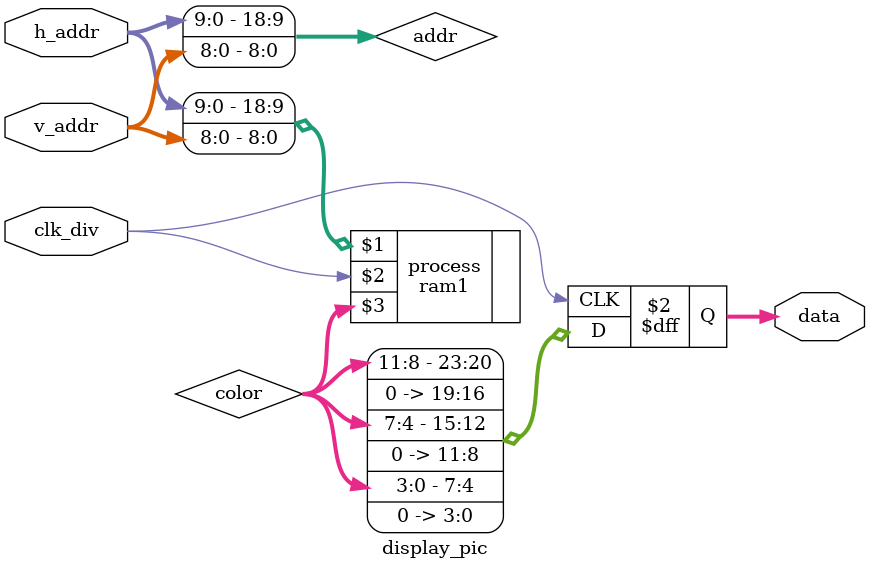
<source format=v>
module display_pic(
	input clk_div,
	input [9:0] h_addr,
	input [9:0] v_addr,
	output reg [23:0] data
 );
 
 wire [11:0] color;
 wire [18:0] addr;
 
 assign addr={h_addr,v_addr[8:0]};
 
 ram1 process(addr,clk_div,color);
 
 always@(posedge clk_div)
 begin
		data[23:20]=color[11:8];
		data[19:16]=4'b0000;
		data[15:12]=color[7:4];
		data[11:8]=4'b0000;
		data[7:4]=color[3:0];
		data[3:0]=4'b0000;
 end
 
 endmodule
 
</source>
